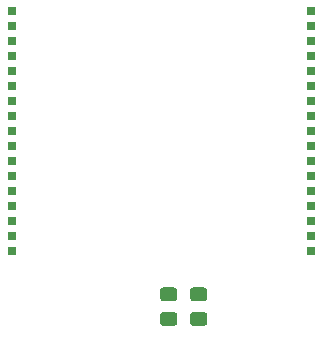
<source format=gts>
%TF.GenerationSoftware,KiCad,Pcbnew,(5.1.8)-1*%
%TF.CreationDate,2021-05-04T01:41:37-06:00*%
%TF.ProjectId,NVRTC,4e565254-432e-46b6-9963-61645f706362,rev?*%
%TF.SameCoordinates,Original*%
%TF.FileFunction,Soldermask,Top*%
%TF.FilePolarity,Negative*%
%FSLAX46Y46*%
G04 Gerber Fmt 4.6, Leading zero omitted, Abs format (unit mm)*
G04 Created by KiCad (PCBNEW (5.1.8)-1) date 2021-05-04 01:41:37*
%MOMM*%
%LPD*%
G01*
G04 APERTURE LIST*
%ADD10R,0.673100X0.685800*%
G04 APERTURE END LIST*
D10*
%TO.C,RTC1*%
X138474450Y-101600000D03*
X138474450Y-100330000D03*
X138474450Y-99060000D03*
X138474450Y-97790000D03*
X138474450Y-96520000D03*
X138474450Y-95250000D03*
X138474450Y-93980000D03*
X138474450Y-92710000D03*
X138474450Y-91440000D03*
X138474450Y-90170000D03*
X138474450Y-88900000D03*
X138474450Y-87630000D03*
X138474450Y-86360000D03*
X138474450Y-85090000D03*
X138474450Y-83820000D03*
X138474450Y-82550000D03*
X138474450Y-81280000D03*
X163785550Y-81280000D03*
X163785550Y-82550000D03*
X163785550Y-83820000D03*
X163785550Y-85090000D03*
X163785550Y-86360000D03*
X163785550Y-87630000D03*
X163785550Y-88900000D03*
X163785550Y-90170000D03*
X163785550Y-91440000D03*
X163785550Y-92710000D03*
X163785550Y-93980000D03*
X163785550Y-95250000D03*
X163785550Y-96520000D03*
X163785550Y-97790000D03*
X163785550Y-99060000D03*
X163785550Y-100330000D03*
X163785550Y-101600000D03*
%TD*%
%TO.C,C2*%
G36*
G01*
X151290000Y-106727500D02*
X152240000Y-106727500D01*
G75*
G02*
X152490000Y-106977500I0J-250000D01*
G01*
X152490000Y-107652500D01*
G75*
G02*
X152240000Y-107902500I-250000J0D01*
G01*
X151290000Y-107902500D01*
G75*
G02*
X151040000Y-107652500I0J250000D01*
G01*
X151040000Y-106977500D01*
G75*
G02*
X151290000Y-106727500I250000J0D01*
G01*
G37*
G36*
G01*
X151290000Y-104652500D02*
X152240000Y-104652500D01*
G75*
G02*
X152490000Y-104902500I0J-250000D01*
G01*
X152490000Y-105577500D01*
G75*
G02*
X152240000Y-105827500I-250000J0D01*
G01*
X151290000Y-105827500D01*
G75*
G02*
X151040000Y-105577500I0J250000D01*
G01*
X151040000Y-104902500D01*
G75*
G02*
X151290000Y-104652500I250000J0D01*
G01*
G37*
%TD*%
%TO.C,C1*%
G36*
G01*
X153830000Y-106727500D02*
X154780000Y-106727500D01*
G75*
G02*
X155030000Y-106977500I0J-250000D01*
G01*
X155030000Y-107652500D01*
G75*
G02*
X154780000Y-107902500I-250000J0D01*
G01*
X153830000Y-107902500D01*
G75*
G02*
X153580000Y-107652500I0J250000D01*
G01*
X153580000Y-106977500D01*
G75*
G02*
X153830000Y-106727500I250000J0D01*
G01*
G37*
G36*
G01*
X153830000Y-104652500D02*
X154780000Y-104652500D01*
G75*
G02*
X155030000Y-104902500I0J-250000D01*
G01*
X155030000Y-105577500D01*
G75*
G02*
X154780000Y-105827500I-250000J0D01*
G01*
X153830000Y-105827500D01*
G75*
G02*
X153580000Y-105577500I0J250000D01*
G01*
X153580000Y-104902500D01*
G75*
G02*
X153830000Y-104652500I250000J0D01*
G01*
G37*
%TD*%
M02*

</source>
